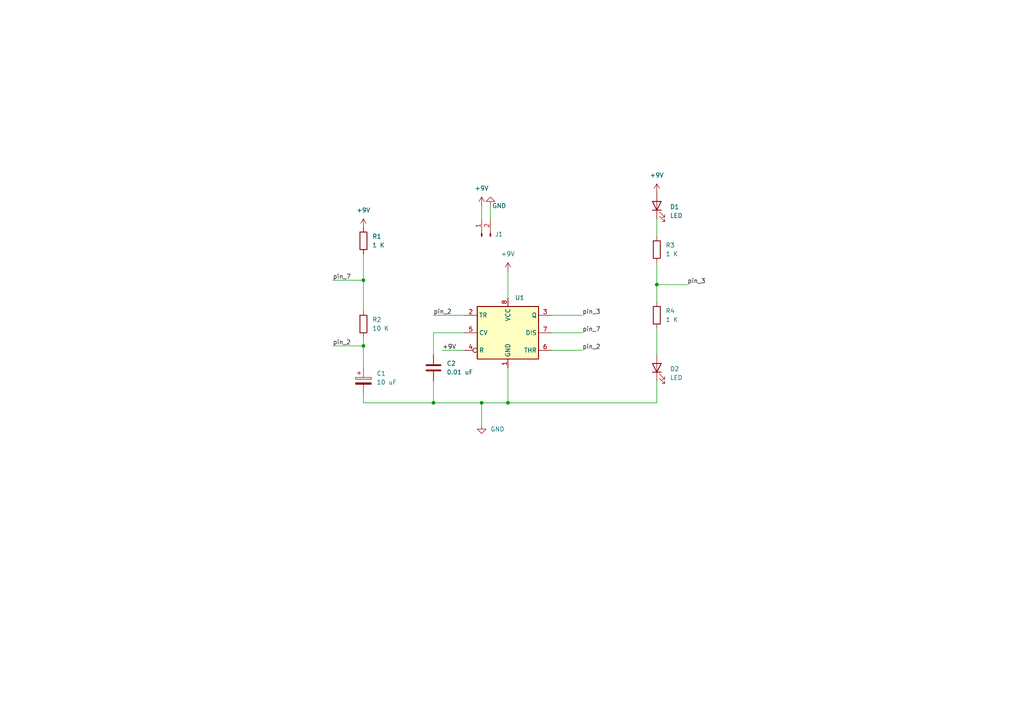
<source format=kicad_sch>
(kicad_sch (version 20211123) (generator eeschema)
  (paper "A4")
  (lib_symbols
    (symbol "Connector:Conn_01x02_Male" (pin_names (offset 1.016) hide)
      (property "Reference" "J" (at 0 2.54 0))
      (property "Value" "Conn_01x02_Male" (at 0 -5.08 0))
      (symbol "Conn_01x02_Male_1_1"
        (polyline (pts (xy 1.27 -2.54) (xy 0.8636 -2.54)) (stroke (width 0.1524)))
        (polyline (pts (xy 1.27 0) (xy 0.8636 0)) (stroke (width 0.1524)))
        (rectangle (start 0.8636 -2.413) (end 0 -2.667) (stroke (width 0.1524)) (fill (type outline)))
        (rectangle (start 0.8636 0.127) (end 0 -0.127) (stroke (width 0.1524)) (fill (type outline)))
        (pin passive line (at 5.08 0 180) (length 3.81) (name "Pin_1") (number "1"))
        (pin passive line (at 5.08 -2.54 180) (length 3.81) (name "Pin_2") (number "2"))
      )
    )
    (symbol "Device:C" (pin_numbers hide) (pin_names (offset 0.254))
      (property "Reference" "C" (at 0.635 2.54 0))
      (property "Value" "C" (at 0.635 -2.54 0))
      (symbol "C_0_1"
        (polyline (pts (xy -2.032 -0.762) (xy 2.032 -0.762)) (stroke (width 0.508)))
        (polyline (pts (xy -2.032 0.762) (xy 2.032 0.762)) (stroke (width 0.508)))
      )
      (symbol "C_1_1"
        (pin passive line (at 0 3.81 270) (length 2.794) (name "~") (number "1"))
        (pin passive line (at 0 -3.81 90) (length 2.794) (name "~") (number "2"))
      )
    )
    (symbol "Device:C_Polarized" (pin_numbers hide) (pin_names (offset 0.254))
      (property "Reference" "C" (at 0.635 2.54 0))
      (property "Value" "C_Polarized" (at 0.635 -2.54 0))
      (symbol "C_Polarized_0_1"
        (rectangle (start -2.286 0.508) (end 2.286 1.016))
        (polyline (pts (xy -1.778 2.286) (xy -0.762 2.286)))
        (polyline (pts (xy -1.27 2.794) (xy -1.27 1.778)))
        (rectangle (start 2.286 -0.508) (end -2.286 -1.016) (fill (type outline)))
      )
      (symbol "C_Polarized_1_1"
        (pin passive line (at 0 3.81 270) (length 2.794) (name "~") (number "1"))
        (pin passive line (at 0 -3.81 90) (length 2.794) (name "~") (number "2"))
      )
    )
    (symbol "Device:LED" (pin_numbers hide) (pin_names (offset 1.016) hide)
      (property "Reference" "D" (at 0 2.54 0))
      (property "Value" "LED" (at 0 -2.54 0))
      (symbol "LED_0_1"
        (polyline (pts (xy -1.27 -1.27) (xy -1.27 1.27)) (stroke (width 0.254)))
        (polyline (pts (xy -1.27 0) (xy 1.27 0)))
        (polyline (pts (xy 1.27 -1.27) (xy 1.27 1.27) (xy -1.27 0) (xy 1.27 -1.27)) (stroke (width 0.254)))
        (polyline (pts (xy -3.048 -0.762) (xy -4.572 -2.286) (xy -3.81 -2.286) (xy -4.572 -2.286) (xy -4.572 -1.524)))
        (polyline (pts (xy -1.778 -0.762) (xy -3.302 -2.286) (xy -2.54 -2.286) (xy -3.302 -2.286) (xy -3.302 -1.524)))
      )
      (symbol "LED_1_1"
        (pin passive line (at -3.81 0 0) (length 2.54) (name "K") (number "1"))
        (pin passive line (at 3.81 0 180) (length 2.54) (name "A") (number "2"))
      )
    )
    (symbol "Device:R" (pin_numbers hide) (pin_names (offset 0))
      (property "Reference" "R" (at 2.032 0 90))
      (property "Value" "R" (at 0 0 90))
      (symbol "R_0_1"
        (rectangle (start -1.016 -2.54) (end 1.016 2.54) (stroke (width 0.254)))
      )
      (symbol "R_1_1"
        (pin passive line (at 0 3.81 270) (length 1.27) (name "~") (number "1"))
        (pin passive line (at 0 -3.81 90) (length 1.27) (name "~") (number "2"))
      )
    )
    (symbol "Timer:NE555D"
      (property "Reference" "U" (at -10.16 8.89 0))
      (property "Value" "NE555D" (at 2.54 8.89 0))
      (symbol "NE555D_0_0"
        (pin power_in line (at 0 -10.16 90) (length 2.54) (name "GND") (number "1"))
        (pin power_in line (at 0 10.16 270) (length 2.54) (name "VCC") (number "8"))
      )
      (symbol "NE555D_0_1"
        (rectangle (start -8.89 -7.62) (end 8.89 7.62) (stroke (width 0.254)) (fill (type background)))
        (rectangle (start -8.89 -7.62) (end 8.89 7.62) (stroke (width 0.254)) (fill (type background)))
      )
      (symbol "NE555D_1_1"
        (pin input line (at -12.7 5.08 0) (length 3.81) (name "TR") (number "2"))
        (pin output line (at 12.7 5.08 180) (length 3.81) (name "Q") (number "3"))
        (pin input inverted (at -12.7 -5.08 0) (length 3.81) (name "R") (number "4"))
        (pin input line (at -12.7 0 0) (length 3.81) (name "CV") (number "5"))
        (pin input line (at 12.7 -5.08 180) (length 3.81) (name "THR") (number "6"))
        (pin input line (at 12.7 0 180) (length 3.81) (name "DIS") (number "7"))
      )
    )
    (symbol "power:+9V" (power) (pin_names (offset 0))
      (property "Value" "+9V" (at 0 3.556 0))
      (symbol "+9V_0_1"
        (polyline (pts (xy -0.762 1.27) (xy 0 2.54)))
        (polyline (pts (xy 0 0) (xy 0 2.54)))
        (polyline (pts (xy 0 2.54) (xy 0.762 1.27)))
      )
      (symbol "+9V_1_1"
        (pin power_in line (at 0 0 90) (length 0) hide (name "+9V") (number "1"))
      )
    )
    (symbol "power:GND" (power) (pin_names (offset 0))
      (property "Value" "GND" (at 0 -3.81 0))
      (symbol "GND_0_1"
        (polyline (pts (xy 0 0) (xy 0 -1.27) (xy 1.27 -1.27) (xy 0 -2.54) (xy -1.27 -1.27) (xy 0 -1.27)))
      )
      (symbol "GND_1_1"
        (pin power_in line (at 0 0 270) (length 0) hide (name "GND") (number "1"))
      )
    )
  )
  (junction (at 139.7 116.84))
  (junction (at 125.73 116.84))
  (junction (at 105.41 100.33))
  (junction (at 147.32 116.84))
  (junction (at 105.41 81.28))
  (junction (at 190.5 82.55))
  (wire (pts (xy 125.73 116.84) (xy 139.7 116.84)))
  (wire (pts (xy 139.7 59.69) (xy 139.7 63.5)))
  (wire (pts (xy 125.73 96.52) (xy 134.62 96.52)))
  (wire (pts (xy 190.5 82.55) (xy 199.39 82.55)))
  (wire (pts (xy 96.52 81.28) (xy 105.41 81.28)))
  (wire (pts (xy 139.7 116.84) (xy 147.32 116.84)))
  (wire (pts (xy 105.41 73.66) (xy 105.41 81.28)))
  (wire (pts (xy 160.02 101.6) (xy 168.91 101.6)))
  (wire (pts (xy 139.7 116.84) (xy 139.7 123.19)))
  (wire (pts (xy 190.5 116.84) (xy 190.5 110.49)))
  (wire (pts (xy 128.27 101.6) (xy 134.62 101.6)))
  (wire (pts (xy 190.5 76.2) (xy 190.5 82.55)))
  (wire (pts (xy 147.32 116.84) (xy 190.5 116.84)))
  (wire (pts (xy 105.41 81.28) (xy 105.41 90.17)))
  (wire (pts (xy 105.41 116.84) (xy 125.73 116.84)))
  (wire (pts (xy 160.02 91.44) (xy 168.91 91.44)))
  (wire (pts (xy 190.5 82.55) (xy 190.5 87.63)))
  (wire (pts (xy 147.32 78.74) (xy 147.32 86.36)))
  (wire (pts (xy 105.41 97.79) (xy 105.41 100.33)))
  (wire (pts (xy 105.41 114.3) (xy 105.41 116.84)))
  (wire (pts (xy 125.73 91.44) (xy 134.62 91.44)))
  (wire (pts (xy 96.52 100.33) (xy 105.41 100.33)))
  (wire (pts (xy 190.5 63.5) (xy 190.5 68.58)))
  (wire (pts (xy 105.41 100.33) (xy 105.41 106.68)))
  (wire (pts (xy 125.73 110.49) (xy 125.73 116.84)))
  (wire (pts (xy 125.73 102.87) (xy 125.73 96.52)))
  (wire (pts (xy 160.02 96.52) (xy 168.91 96.52)))
  (wire (pts (xy 147.32 116.84) (xy 147.32 106.68)))
  (wire (pts (xy 142.24 59.69) (xy 142.24 63.5)))
  (wire (pts (xy 190.5 95.25) (xy 190.5 102.87)))
  (label "pin_7" (at 96.52 81.28 0))
  (label "pin_2" (at 96.52 100.33 0))
  (label "+9V" (at 128.27 101.6 0))
  (label "pin_3" (at 199.39 82.55 0))
  (label "pin_7" (at 168.91 96.52 0))
  (label "pin_3" (at 168.91 91.44 0))
  (label "pin_2" (at 168.91 101.6 0))
  (label "pin_2" (at 125.73 91.44 0))
  (symbol (lib_id "Device:R") (at 190.5 72.39 0) (unit 1)
    (property "Reference" "R3" (at 193.04 71.1199 0) (effects (justify left)))
    (property "Value" "1 K" (at 193.04 73.6599 0) (effects (justify left)))
    (property "Footprint" "Resistor_SMD:R_0805_2012Metric_Pad1.20x1.40mm_HandSolder" (effects hide))
  )
  (symbol (lib_id "Connector:Conn_01x02_Male") (at 139.7 68.58 90) (unit 1)
    (property "Reference" "J1" (at 143.51 67.9449 90) (effects (justify right)))
    (property "Value" "Conn_01x02_Male" (effects hide))
    (property "Footprint" "TerminalBlock:TerminalBlock_bornier-2_P5.08mm" (effects hide))
  )
  (symbol (lib_id "Device:R") (at 105.41 93.98 0) (unit 1)
    (property "Reference" "R2" (at 107.95 92.7099 0) (effects (justify left)))
    (property "Value" "10 K" (at 107.95 95.2499 0) (effects (justify left)))
    (property "Footprint" "Resistor_SMD:R_0805_2012Metric_Pad1.20x1.40mm_HandSolder" (effects hide))
  )
  (symbol (lib_id "Device:LED") (at 190.5 106.68 90) (unit 1)
    (property "Reference" "D2" (at 194.31 106.9974 90) (effects (justify right)))
    (property "Value" "LED" (at 194.31 109.5374 90) (effects (justify right)))
    (property "Footprint" "LED_SMD:LED_1206_3216Metric_Pad1.42x1.75mm_HandSolder" (effects hide))
  )
  (symbol (lib_id "Device:C") (at 125.73 106.68 0) (unit 1)
    (property "Reference" "C2" (at 129.54 105.4099 0) (effects (justify left)))
    (property "Value" "0.01 uF" (at 129.54 107.9499 0) (effects (justify left)))
    (property "Footprint" "Capacitor_SMD:C_0805_2012Metric_Pad1.18x1.45mm_HandSolder" (effects hide))
  )
  (symbol (lib_id "Device:R") (at 190.5 91.44 0) (unit 1)
    (property "Reference" "R4" (at 193.04 90.1699 0) (effects (justify left)))
    (property "Value" "1 K" (at 193.04 92.7099 0) (effects (justify left)))
    (property "Footprint" "Resistor_SMD:R_0805_2012Metric_Pad1.20x1.40mm_HandSolder" (effects hide))
  )
  (symbol (lib_id "power:+9V") (at 190.5 55.88 0) (unit 1)
    (property "Reference" "#PWR0106" (effects hide))
    (property "Value" "+9V" (at 190.5 50.8 0))
  )
  (symbol (lib_id "Device:LED") (at 190.5 59.69 90) (unit 1)
    (property "Reference" "D1" (at 194.31 60.0074 90) (effects (justify right)))
    (property "Value" "LED" (at 194.31 62.5474 90) (effects (justify right)))
    (property "Footprint" "LED_SMD:LED_1206_3216Metric_Pad1.42x1.75mm_HandSolder" (effects hide))
  )
  (symbol (lib_id "power:+9V") (at 147.32 78.74 0) (unit 1)
    (property "Reference" "#PWR0104" (effects hide))
    (property "Value" "+9V" (at 147.32 73.66 0))
  )
  (symbol (lib_id "Device:C_Polarized") (at 105.41 110.49 0) (unit 1)
    (property "Reference" "C1" (at 109.22 108.3309 0) (effects (justify left)))
    (property "Value" "10 uF" (at 109.22 110.8709 0) (effects (justify left)))
    (property "Footprint" "Capacitor_Tantalum_SMD:CP_EIA-3216-18_Kemet-A_Pad1.58x1.35mm_HandSolder" (effects hide))
  )
  (symbol (lib_id "power:+9V") (at 139.7 59.69 0) (unit 1)
    (property "Reference" "#PWR0103" (effects hide))
    (property "Value" "+9V" (at 139.7 54.61 0))
  )
  (symbol (lib_id "power:+9V") (at 105.41 66.04 0) (unit 1)
    (property "Reference" "#PWR0101" (effects hide))
    (property "Value" "+9V" (at 105.41 60.96 0))
  )
  (symbol (lib_id "power:GND") (at 139.7 123.19 0) (unit 1)
    (property "Reference" "#PWR0102" (effects hide))
    (property "Value" "GND" (at 142.24 124.4599 0) (effects (justify left)))
  )
  (symbol (lib_id "Timer:NE555D") (at 147.32 96.52 0) (unit 1)
    (property "Reference" "U1" (at 149.3394 86.36 0) (effects (justify left)))
    (property "Value" "NE555D" (effects hide))
    (property "Footprint" "Package_SO:SOIC-8-1EP_3.9x4.9mm_P1.27mm_EP2.29x3mm" (effects hide))
    (property "Datasheet" "http://www.ti.com/lit/ds/symlink/ne555.pdf" (effects hide))
  )
  (symbol (lib_id "power:GND") (at 142.24 59.69 180) (unit 1)
    (property "Reference" "#PWR0105" (effects hide))
    (property "Value" "GND" (at 144.78 59.69 0))
  )
  (symbol (lib_id "Device:R") (at 105.41 69.85 0) (unit 1)
    (property "Reference" "R1" (at 107.95 68.5799 0) (effects (justify left)))
    (property "Value" "1 K" (at 107.95 71.1199 0) (effects (justify left)))
    (property "Footprint" "Resistor_SMD:R_0805_2012Metric_Pad1.20x1.40mm_HandSolder" (effects hide))
  )
)
</source>
